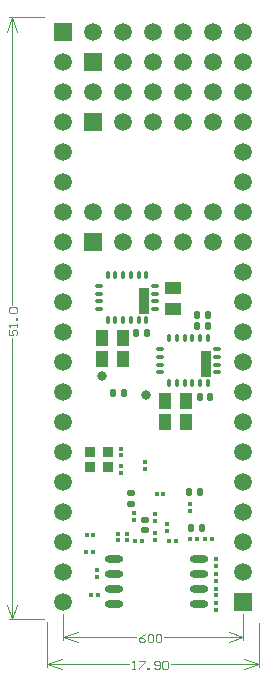
<source format=gbs>
%FSLAX44Y44*%
%MOMM*%
G71*
G01*
G75*
G04 Layer_Color=16711935*
G04:AMPARAMS|DCode=10|XSize=0.6mm|YSize=0.5mm|CornerRadius=0.05mm|HoleSize=0mm|Usage=FLASHONLY|Rotation=90.000|XOffset=0mm|YOffset=0mm|HoleType=Round|Shape=RoundedRectangle|*
%AMROUNDEDRECTD10*
21,1,0.6000,0.4000,0,0,90.0*
21,1,0.5000,0.5000,0,0,90.0*
1,1,0.1000,0.2000,0.2500*
1,1,0.1000,0.2000,-0.2500*
1,1,0.1000,-0.2000,-0.2500*
1,1,0.1000,-0.2000,0.2500*
%
%ADD10ROUNDEDRECTD10*%
G04:AMPARAMS|DCode=11|XSize=0.4mm|YSize=0.37mm|CornerRadius=0.037mm|HoleSize=0mm|Usage=FLASHONLY|Rotation=90.000|XOffset=0mm|YOffset=0mm|HoleType=Round|Shape=RoundedRectangle|*
%AMROUNDEDRECTD11*
21,1,0.4000,0.2960,0,0,90.0*
21,1,0.3260,0.3700,0,0,90.0*
1,1,0.0740,0.1480,0.1630*
1,1,0.0740,0.1480,-0.1630*
1,1,0.0740,-0.1480,-0.1630*
1,1,0.0740,-0.1480,0.1630*
%
%ADD11ROUNDEDRECTD11*%
G04:AMPARAMS|DCode=12|XSize=0.4mm|YSize=0.37mm|CornerRadius=0.037mm|HoleSize=0mm|Usage=FLASHONLY|Rotation=180.000|XOffset=0mm|YOffset=0mm|HoleType=Round|Shape=RoundedRectangle|*
%AMROUNDEDRECTD12*
21,1,0.4000,0.2960,0,0,180.0*
21,1,0.3260,0.3700,0,0,180.0*
1,1,0.0740,-0.1630,0.1480*
1,1,0.0740,0.1630,0.1480*
1,1,0.0740,0.1630,-0.1480*
1,1,0.0740,-0.1630,-0.1480*
%
%ADD12ROUNDEDRECTD12*%
G04:AMPARAMS|DCode=13|XSize=0.76mm|YSize=0.27mm|CornerRadius=0.027mm|HoleSize=0mm|Usage=FLASHONLY|Rotation=90.000|XOffset=0mm|YOffset=0mm|HoleType=Round|Shape=RoundedRectangle|*
%AMROUNDEDRECTD13*
21,1,0.7600,0.2160,0,0,90.0*
21,1,0.7060,0.2700,0,0,90.0*
1,1,0.0540,0.1080,0.3530*
1,1,0.0540,0.1080,-0.3530*
1,1,0.0540,-0.1080,-0.3530*
1,1,0.0540,-0.1080,0.3530*
%
%ADD13ROUNDEDRECTD13*%
G04:AMPARAMS|DCode=14|XSize=0.76mm|YSize=0.27mm|CornerRadius=0.027mm|HoleSize=0mm|Usage=FLASHONLY|Rotation=180.000|XOffset=0mm|YOffset=0mm|HoleType=Round|Shape=RoundedRectangle|*
%AMROUNDEDRECTD14*
21,1,0.7600,0.2160,0,0,180.0*
21,1,0.7060,0.2700,0,0,180.0*
1,1,0.0540,-0.3530,0.1080*
1,1,0.0540,0.3530,0.1080*
1,1,0.0540,0.3530,-0.1080*
1,1,0.0540,-0.3530,-0.1080*
%
%ADD14ROUNDEDRECTD14*%
G04:AMPARAMS|DCode=15|XSize=3.79mm|YSize=1.2mm|CornerRadius=0.3mm|HoleSize=0mm|Usage=FLASHONLY|Rotation=270.000|XOffset=0mm|YOffset=0mm|HoleType=Round|Shape=RoundedRectangle|*
%AMROUNDEDRECTD15*
21,1,3.7900,0.6000,0,0,270.0*
21,1,3.1900,1.2000,0,0,270.0*
1,1,0.6000,-0.3000,-1.5950*
1,1,0.6000,-0.3000,1.5950*
1,1,0.6000,0.3000,1.5950*
1,1,0.6000,0.3000,-1.5950*
%
%ADD15ROUNDEDRECTD15*%
G04:AMPARAMS|DCode=16|XSize=0.6mm|YSize=1.25mm|CornerRadius=0.15mm|HoleSize=0mm|Usage=FLASHONLY|Rotation=0.000|XOffset=0mm|YOffset=0mm|HoleType=Round|Shape=RoundedRectangle|*
%AMROUNDEDRECTD16*
21,1,0.6000,0.9500,0,0,0.0*
21,1,0.3000,1.2500,0,0,0.0*
1,1,0.3000,0.1500,-0.4750*
1,1,0.3000,-0.1500,-0.4750*
1,1,0.3000,-0.1500,0.4750*
1,1,0.3000,0.1500,0.4750*
%
%ADD16ROUNDEDRECTD16*%
G04:AMPARAMS|DCode=17|XSize=1.45mm|YSize=1.4mm|CornerRadius=0.35mm|HoleSize=0mm|Usage=FLASHONLY|Rotation=0.000|XOffset=0mm|YOffset=0mm|HoleType=Round|Shape=RoundedRectangle|*
%AMROUNDEDRECTD17*
21,1,1.4500,0.7000,0,0,0.0*
21,1,0.7500,1.4000,0,0,0.0*
1,1,0.7000,0.3750,-0.3500*
1,1,0.7000,-0.3750,-0.3500*
1,1,0.7000,-0.3750,0.3500*
1,1,0.7000,0.3750,0.3500*
%
%ADD17ROUNDEDRECTD17*%
G04:AMPARAMS|DCode=18|XSize=1mm|YSize=0.6mm|CornerRadius=0.15mm|HoleSize=0mm|Usage=FLASHONLY|Rotation=180.000|XOffset=0mm|YOffset=0mm|HoleType=Round|Shape=RoundedRectangle|*
%AMROUNDEDRECTD18*
21,1,1.0000,0.3000,0,0,180.0*
21,1,0.7000,0.6000,0,0,180.0*
1,1,0.3000,-0.3500,0.1500*
1,1,0.3000,0.3500,0.1500*
1,1,0.3000,0.3500,-0.1500*
1,1,0.3000,-0.3500,-0.1500*
%
%ADD18ROUNDEDRECTD18*%
G04:AMPARAMS|DCode=19|XSize=0.95mm|YSize=0.85mm|CornerRadius=0.2125mm|HoleSize=0mm|Usage=FLASHONLY|Rotation=180.000|XOffset=0mm|YOffset=0mm|HoleType=Round|Shape=RoundedRectangle|*
%AMROUNDEDRECTD19*
21,1,0.9500,0.4250,0,0,180.0*
21,1,0.5250,0.8500,0,0,180.0*
1,1,0.4250,-0.2625,0.2125*
1,1,0.4250,0.2625,0.2125*
1,1,0.4250,0.2625,-0.2125*
1,1,0.4250,-0.2625,-0.2125*
%
%ADD19ROUNDEDRECTD19*%
%ADD20O,0.8000X1.4700*%
G04:AMPARAMS|DCode=21|XSize=0.6mm|YSize=0.5mm|CornerRadius=0.05mm|HoleSize=0mm|Usage=FLASHONLY|Rotation=180.000|XOffset=0mm|YOffset=0mm|HoleType=Round|Shape=RoundedRectangle|*
%AMROUNDEDRECTD21*
21,1,0.6000,0.4000,0,0,180.0*
21,1,0.5000,0.5000,0,0,180.0*
1,1,0.1000,-0.2500,0.2000*
1,1,0.1000,0.2500,0.2000*
1,1,0.1000,0.2500,-0.2000*
1,1,0.1000,-0.2500,-0.2000*
%
%ADD21ROUNDEDRECTD21*%
G04:AMPARAMS|DCode=22|XSize=0.8mm|YSize=0.8mm|CornerRadius=0.12mm|HoleSize=0mm|Usage=FLASHONLY|Rotation=270.000|XOffset=0mm|YOffset=0mm|HoleType=Round|Shape=RoundedRectangle|*
%AMROUNDEDRECTD22*
21,1,0.8000,0.5600,0,0,270.0*
21,1,0.5600,0.8000,0,0,270.0*
1,1,0.2400,-0.2800,-0.2800*
1,1,0.2400,-0.2800,0.2800*
1,1,0.2400,0.2800,0.2800*
1,1,0.2400,0.2800,-0.2800*
%
%ADD22ROUNDEDRECTD22*%
%ADD23O,1.4000X0.6000*%
%ADD24C,0.3500*%
%ADD25R,0.5400X0.7400*%
G04:AMPARAMS|DCode=26|XSize=0.8mm|YSize=0.8mm|CornerRadius=0.12mm|HoleSize=0mm|Usage=FLASHONLY|Rotation=0.000|XOffset=0mm|YOffset=0mm|HoleType=Round|Shape=RoundedRectangle|*
%AMROUNDEDRECTD26*
21,1,0.8000,0.5600,0,0,0.0*
21,1,0.5600,0.8000,0,0,0.0*
1,1,0.2400,0.2800,-0.2800*
1,1,0.2400,-0.2800,-0.2800*
1,1,0.2400,-0.2800,0.2800*
1,1,0.2400,0.2800,0.2800*
%
%ADD26ROUNDEDRECTD26*%
%ADD27R,0.7400X0.5400*%
%ADD28C,0.1000*%
%ADD29C,0.0750*%
%ADD30C,0.1500*%
%ADD31C,0.0751*%
%ADD32C,0.3000*%
%ADD33C,1.5000*%
%ADD34R,1.5000X1.5000*%
%ADD35R,1.5000X1.5000*%
G04:AMPARAMS|DCode=36|XSize=1.38mm|YSize=1.05mm|CornerRadius=0.105mm|HoleSize=0mm|Usage=FLASHONLY|Rotation=270.000|XOffset=0mm|YOffset=0mm|HoleType=Round|Shape=RoundedRectangle|*
%AMROUNDEDRECTD36*
21,1,1.3800,0.8400,0,0,270.0*
21,1,1.1700,1.0500,0,0,270.0*
1,1,0.2100,-0.4200,-0.5850*
1,1,0.2100,-0.4200,0.5850*
1,1,0.2100,0.4200,0.5850*
1,1,0.2100,0.4200,-0.5850*
%
%ADD36ROUNDEDRECTD36*%
%ADD37O,1.6000X0.6000*%
G04:AMPARAMS|DCode=38|XSize=0.9mm|YSize=0.8mm|CornerRadius=0.08mm|HoleSize=0mm|Usage=FLASHONLY|Rotation=180.000|XOffset=0mm|YOffset=0mm|HoleType=Round|Shape=RoundedRectangle|*
%AMROUNDEDRECTD38*
21,1,0.9000,0.6400,0,0,180.0*
21,1,0.7400,0.8000,0,0,180.0*
1,1,0.1600,-0.3700,0.3200*
1,1,0.1600,0.3700,0.3200*
1,1,0.1600,0.3700,-0.3200*
1,1,0.1600,-0.3700,-0.3200*
%
%ADD38ROUNDEDRECTD38*%
%ADD39R,0.9000X2.2500*%
G04:AMPARAMS|DCode=40|XSize=0.3mm|YSize=0.6mm|CornerRadius=0.0495mm|HoleSize=0mm|Usage=FLASHONLY|Rotation=0.000|XOffset=0mm|YOffset=0mm|HoleType=Round|Shape=RoundedRectangle|*
%AMROUNDEDRECTD40*
21,1,0.3000,0.5010,0,0,0.0*
21,1,0.2010,0.6000,0,0,0.0*
1,1,0.0990,0.1005,-0.2505*
1,1,0.0990,-0.1005,-0.2505*
1,1,0.0990,-0.1005,0.2505*
1,1,0.0990,0.1005,0.2505*
%
%ADD40ROUNDEDRECTD40*%
G04:AMPARAMS|DCode=41|XSize=0.3mm|YSize=0.6mm|CornerRadius=0.0495mm|HoleSize=0mm|Usage=FLASHONLY|Rotation=270.000|XOffset=0mm|YOffset=0mm|HoleType=Round|Shape=RoundedRectangle|*
%AMROUNDEDRECTD41*
21,1,0.3000,0.5010,0,0,270.0*
21,1,0.2010,0.6000,0,0,270.0*
1,1,0.0990,-0.2505,-0.1005*
1,1,0.0990,-0.2505,0.1005*
1,1,0.0990,0.2505,0.1005*
1,1,0.0990,0.2505,-0.1005*
%
%ADD41ROUNDEDRECTD41*%
G04:AMPARAMS|DCode=42|XSize=1.38mm|YSize=1.05mm|CornerRadius=0.105mm|HoleSize=0mm|Usage=FLASHONLY|Rotation=0.000|XOffset=0mm|YOffset=0mm|HoleType=Round|Shape=RoundedRectangle|*
%AMROUNDEDRECTD42*
21,1,1.3800,0.8400,0,0,0.0*
21,1,1.1700,1.0500,0,0,0.0*
1,1,0.2100,0.5850,-0.4200*
1,1,0.2100,-0.5850,-0.4200*
1,1,0.2100,-0.5850,0.4200*
1,1,0.2100,0.5850,0.4200*
%
%ADD42ROUNDEDRECTD42*%
%ADD43C,0.8000*%
%ADD44C,0.2000*%
%ADD45C,0.1500*%
D10*
X84500Y242500D02*
D03*
X75500D02*
D03*
X138000Y188600D02*
D03*
X129000D02*
D03*
X120300Y108200D02*
D03*
X129300D02*
D03*
X121900Y77200D02*
D03*
X130900D02*
D03*
X55900Y191800D02*
D03*
X64900D02*
D03*
X136100Y248800D02*
D03*
X127100D02*
D03*
X127100Y257800D02*
D03*
X136100D02*
D03*
D11*
X74650Y66100D02*
D03*
X80350D02*
D03*
X120850Y68400D02*
D03*
X126550D02*
D03*
X133450Y67800D02*
D03*
X139150D02*
D03*
X103400Y66200D02*
D03*
X109100D02*
D03*
X38950Y71500D02*
D03*
X33250D02*
D03*
X33150Y57100D02*
D03*
X38850D02*
D03*
X42650Y20800D02*
D03*
X36950D02*
D03*
X98350Y106000D02*
D03*
X92650D02*
D03*
D12*
X73200Y89850D02*
D03*
Y84150D02*
D03*
X67700Y72650D02*
D03*
Y66950D02*
D03*
X91200Y83450D02*
D03*
Y89150D02*
D03*
X91400Y67150D02*
D03*
Y72850D02*
D03*
X101200Y80950D02*
D03*
Y75250D02*
D03*
X143000Y50950D02*
D03*
Y45250D02*
D03*
X121100Y97850D02*
D03*
Y92150D02*
D03*
X59600Y66950D02*
D03*
Y72650D02*
D03*
X41900Y41950D02*
D03*
Y36250D02*
D03*
X143000Y13550D02*
D03*
Y7850D02*
D03*
Y32850D02*
D03*
Y38550D02*
D03*
X62100Y123850D02*
D03*
Y129550D02*
D03*
X82900Y133250D02*
D03*
Y127550D02*
D03*
X62100Y139050D02*
D03*
Y144750D02*
D03*
X143000Y26050D02*
D03*
Y20350D02*
D03*
D21*
X82400Y84500D02*
D03*
Y75500D02*
D03*
X70600Y106700D02*
D03*
Y97700D02*
D03*
D28*
X-32540Y0D02*
X-2540D01*
X-32540Y510000D02*
X-2590D01*
X-30000Y0D02*
Y238337D01*
Y266663D02*
Y510000D01*
Y0D02*
X-25833Y12500D01*
X-34167D02*
X-30000Y0D01*
X-34167Y497500D02*
X-30000Y510000D01*
X-25833Y497500D01*
X179000Y-40040D02*
Y-2590D01*
X0Y-40040D02*
Y-2540D01*
X104662Y-37500D02*
X179000D01*
X0D02*
X69338D01*
X166500Y-33333D02*
X179000Y-37500D01*
X166500Y-41667D02*
X179000Y-37500D01*
X0D02*
X12500Y-41667D01*
X0Y-37500D02*
X12500Y-33333D01*
X166000Y-17540D02*
Y4660D01*
X13500Y-17540D02*
Y4660D01*
X99080Y-15000D02*
X166000D01*
X13500D02*
X75420D01*
X153500Y-10833D02*
X166000Y-15000D01*
X153500Y-19167D02*
X166000Y-15000D01*
X13500D02*
X26000Y-19167D01*
X13500Y-15000D02*
X26000Y-10833D01*
X-32499Y245502D02*
Y240837D01*
X-29000D01*
X-30166Y243170D01*
Y244336D01*
X-29000Y245502D01*
X-26667D01*
X-25501Y244336D01*
Y242003D01*
X-26667Y240837D01*
X-25501Y247835D02*
Y250167D01*
Y249001D01*
X-32499D01*
X-31333Y247835D01*
X-25501Y253666D02*
X-26667D01*
Y254832D01*
X-25501D01*
Y253666D01*
X-31333Y259498D02*
X-32499Y260664D01*
Y262997D01*
X-31333Y264163D01*
X-26667D01*
X-25501Y262997D01*
Y260664D01*
X-26667Y259498D01*
X-31333D01*
X71838Y-41999D02*
X74171D01*
X73004D01*
Y-35001D01*
X71838Y-36168D01*
X77670Y-35001D02*
X82335D01*
Y-36168D01*
X77670Y-40833D01*
Y-41999D01*
X84667D02*
Y-40833D01*
X85834D01*
Y-41999D01*
X84667D01*
X90499Y-40833D02*
X91665Y-41999D01*
X93998D01*
X95164Y-40833D01*
Y-36168D01*
X93998Y-35001D01*
X91665D01*
X90499Y-36168D01*
Y-37334D01*
X91665Y-38500D01*
X95164D01*
X97497Y-36168D02*
X98663Y-35001D01*
X100996D01*
X102162Y-36168D01*
Y-40833D01*
X100996Y-41999D01*
X98663D01*
X97497Y-40833D01*
Y-36168D01*
X82585Y-12501D02*
X80252Y-13668D01*
X77920Y-16000D01*
Y-18333D01*
X79086Y-19499D01*
X81418D01*
X82585Y-18333D01*
Y-17166D01*
X81418Y-16000D01*
X77920D01*
X84917Y-13668D02*
X86084Y-12501D01*
X88416D01*
X89582Y-13668D01*
Y-18333D01*
X88416Y-19499D01*
X86084D01*
X84917Y-18333D01*
Y-13668D01*
X91915D02*
X93081Y-12501D01*
X95414D01*
X96580Y-13668D01*
Y-18333D01*
X95414Y-19499D01*
X93081D01*
X91915Y-18333D01*
Y-13668D01*
D33*
X140600Y497300D02*
D03*
Y471900D02*
D03*
X115200Y497300D02*
D03*
Y471900D02*
D03*
X89800Y497300D02*
D03*
Y471900D02*
D03*
X64400Y497300D02*
D03*
Y471900D02*
D03*
X39000Y497300D02*
D03*
Y446500D02*
D03*
X64400Y421100D02*
D03*
Y446500D02*
D03*
X89800Y421100D02*
D03*
Y446500D02*
D03*
X115200Y421100D02*
D03*
Y446500D02*
D03*
X140600Y421100D02*
D03*
Y446500D02*
D03*
X39000Y344900D02*
D03*
X64400Y319500D02*
D03*
Y344900D02*
D03*
X89800Y319500D02*
D03*
Y344900D02*
D03*
X115200Y319500D02*
D03*
Y344900D02*
D03*
X140600Y319500D02*
D03*
Y344900D02*
D03*
X166000Y40100D02*
D03*
Y243300D02*
D03*
Y268700D02*
D03*
X13500Y167100D02*
D03*
Y192500D02*
D03*
Y141700D02*
D03*
Y116300D02*
D03*
Y217900D02*
D03*
Y243300D02*
D03*
Y268700D02*
D03*
Y294100D02*
D03*
Y319500D02*
D03*
Y344900D02*
D03*
Y370300D02*
D03*
Y395700D02*
D03*
Y421100D02*
D03*
Y446500D02*
D03*
Y471900D02*
D03*
X166000Y370300D02*
D03*
Y497300D02*
D03*
Y471900D02*
D03*
Y446500D02*
D03*
Y421100D02*
D03*
Y395700D02*
D03*
Y344900D02*
D03*
Y319500D02*
D03*
Y294100D02*
D03*
Y217900D02*
D03*
Y90900D02*
D03*
Y65500D02*
D03*
Y141700D02*
D03*
Y116300D02*
D03*
Y192500D02*
D03*
Y167100D02*
D03*
X13500Y90900D02*
D03*
Y65500D02*
D03*
Y40100D02*
D03*
Y14700D02*
D03*
D34*
X39000Y471900D02*
D03*
X166000Y14700D02*
D03*
X13500Y497300D02*
D03*
D35*
X39000Y421100D02*
D03*
Y319500D02*
D03*
D36*
X63775Y238500D02*
D03*
X45975D02*
D03*
X117400Y185000D02*
D03*
X99600D02*
D03*
X63775Y220500D02*
D03*
X45975D02*
D03*
X117400Y167000D02*
D03*
X99600D02*
D03*
D37*
X56500Y13450D02*
D03*
Y26150D02*
D03*
Y38850D02*
D03*
Y51550D02*
D03*
X128500Y13450D02*
D03*
Y26150D02*
D03*
Y38850D02*
D03*
Y51550D02*
D03*
D38*
X51100Y141400D02*
D03*
X36100D02*
D03*
Y129400D02*
D03*
X51100D02*
D03*
D39*
X134000Y216250D02*
D03*
X82000Y269750D02*
D03*
D40*
X135750Y200000D02*
D03*
X129250D02*
D03*
X122750D02*
D03*
X116250D02*
D03*
X109750D02*
D03*
X103250D02*
D03*
X103250Y238000D02*
D03*
X109750D02*
D03*
X116250D02*
D03*
X122750D02*
D03*
X129250D02*
D03*
X135750D02*
D03*
X83750Y253500D02*
D03*
X77250D02*
D03*
X70750D02*
D03*
X64250D02*
D03*
X57750D02*
D03*
X51250D02*
D03*
X51250Y291500D02*
D03*
X57750D02*
D03*
X64250D02*
D03*
X70750D02*
D03*
X77250D02*
D03*
X83750D02*
D03*
D41*
X95500Y209250D02*
D03*
Y228750D02*
D03*
Y222250D02*
D03*
Y215750D02*
D03*
X143500D02*
D03*
Y222250D02*
D03*
Y228750D02*
D03*
Y209250D02*
D03*
X43500Y262750D02*
D03*
Y282250D02*
D03*
Y275750D02*
D03*
Y269250D02*
D03*
X91500D02*
D03*
Y275750D02*
D03*
Y282250D02*
D03*
Y262750D02*
D03*
D42*
X106500Y280600D02*
D03*
Y262800D02*
D03*
D43*
X83900Y190100D02*
D03*
X46100Y205800D02*
D03*
D45*
X126800Y96800D02*
D03*
X128100Y135100D02*
D03*
X144100Y143100D02*
D03*
Y135100D02*
D03*
X138900Y143100D02*
D03*
Y135100D02*
D03*
Y127100D02*
D03*
Y119100D02*
D03*
X121700Y144300D02*
D03*
X129700Y143200D02*
D03*
X128100Y127100D02*
D03*
X122900Y127900D02*
D03*
X123100Y119900D02*
D03*
X88900Y210000D02*
D03*
X67275Y166500D02*
D03*
X133300Y155600D02*
D03*
X128600Y152000D02*
D03*
X30500Y119600D02*
D03*
X52350Y104550D02*
D03*
X59200Y103800D02*
D03*
X100100Y70500D02*
D03*
X103700Y135900D02*
D03*
X89500Y143200D02*
D03*
X62800Y134300D02*
D03*
X38700Y120800D02*
D03*
X54700D02*
D03*
X46800Y118300D02*
D03*
X60300Y118200D02*
D03*
X36200Y88700D02*
D03*
X30800Y102300D02*
D03*
X36200Y104700D02*
D03*
X44200D02*
D03*
X64100Y103100D02*
D03*
X76300Y110200D02*
D03*
Y102200D02*
D03*
X78800Y134300D02*
D03*
Y126300D02*
D03*
X107800Y127900D02*
D03*
X92300Y126200D02*
D03*
X100300Y118200D02*
D03*
X92300D02*
D03*
X86800Y110300D02*
D03*
X84200Y104700D02*
D03*
X84300Y94200D02*
D03*
X92300Y102200D02*
D03*
Y94200D02*
D03*
X100300D02*
D03*
Y102200D02*
D03*
X108300D02*
D03*
X116300D02*
D03*
X148200Y88700D02*
D03*
X124300Y86200D02*
D03*
X133800Y88100D02*
D03*
X100300Y86200D02*
D03*
X108300D02*
D03*
Y78200D02*
D03*
X116300Y94200D02*
D03*
Y86200D02*
D03*
X140200Y104700D02*
D03*
X148200Y96700D02*
D03*
X141300Y55800D02*
D03*
X68000Y48600D02*
D03*
X127100Y262700D02*
D03*
X116100Y70700D02*
D03*
X78700Y48800D02*
D03*
X94600Y48600D02*
D03*
X106900Y187000D02*
D03*
X83900Y224900D02*
D03*
X158100Y260600D02*
D03*
X35300Y223900D02*
D03*
X71375Y221075D02*
D03*
Y228100D02*
D03*
X30600Y31700D02*
D03*
X100900Y22800D02*
D03*
X110700Y24700D02*
D03*
X46500Y47500D02*
D03*
X37900Y31500D02*
D03*
X68200Y88800D02*
D03*
Y78200D02*
D03*
X60200Y88800D02*
D03*
X106000Y144200D02*
D03*
X110900Y62100D02*
D03*
X116200Y151700D02*
D03*
X115300Y156400D02*
D03*
X102900Y54200D02*
D03*
X102800Y62200D02*
D03*
X133300Y150900D02*
D03*
X70175Y191750D02*
D03*
X96000Y151000D02*
D03*
X105000Y149600D02*
D03*
X27200Y143100D02*
D03*
Y149500D02*
D03*
X78675Y166200D02*
D03*
X52100Y148700D02*
D03*
X65125Y159300D02*
D03*
X116200Y78200D02*
D03*
X76100Y78100D02*
D03*
X84100Y70100D02*
D03*
X76200Y94200D02*
D03*
X107900Y93900D02*
D03*
X46800Y56800D02*
D03*
X30700Y64800D02*
D03*
X33500Y23800D02*
D03*
X127300Y63400D02*
D03*
X92100Y62300D02*
D03*
X84100Y62100D02*
D03*
X84100Y46200D02*
D03*
X44200Y70300D02*
D03*
X60100Y62200D02*
D03*
X68100Y56900D02*
D03*
X60000Y78100D02*
D03*
X46400Y78600D02*
D03*
X38800Y80800D02*
D03*
X33500Y149000D02*
D03*
X40500D02*
D03*
X47500D02*
D03*
X65500D02*
D03*
X76100Y62100D02*
D03*
X52200Y88800D02*
D03*
X148200Y104700D02*
D03*
X134800Y102300D02*
D03*
X140200Y88800D02*
D03*
Y80800D02*
D03*
Y72800D02*
D03*
X54500Y32300D02*
D03*
X95800Y8000D02*
D03*
X92200Y78200D02*
D03*
X108800Y71300D02*
D03*
X148400Y8500D02*
D03*
X148550Y14850D02*
D03*
X83750Y248300D02*
D03*
X96300Y262750D02*
D03*
X25500Y9500D02*
D03*
X86000Y16300D02*
D03*
X108100Y288400D02*
D03*
X79900Y237500D02*
D03*
X80100Y228600D02*
D03*
X106900Y180900D02*
D03*
X35700Y235000D02*
D03*
X147900Y39550D02*
D03*
X124400Y185000D02*
D03*
X124900Y167000D02*
D03*
X84400Y214899D02*
D03*
X133900Y223900D02*
D03*
Y208700D02*
D03*
Y216400D02*
D03*
X84800Y267500D02*
D03*
X79500Y260300D02*
D03*
X44400Y229200D02*
D03*
X48900D02*
D03*
X57600Y302100D02*
D03*
X51200Y301900D02*
D03*
X40700Y299600D02*
D03*
M02*

</source>
